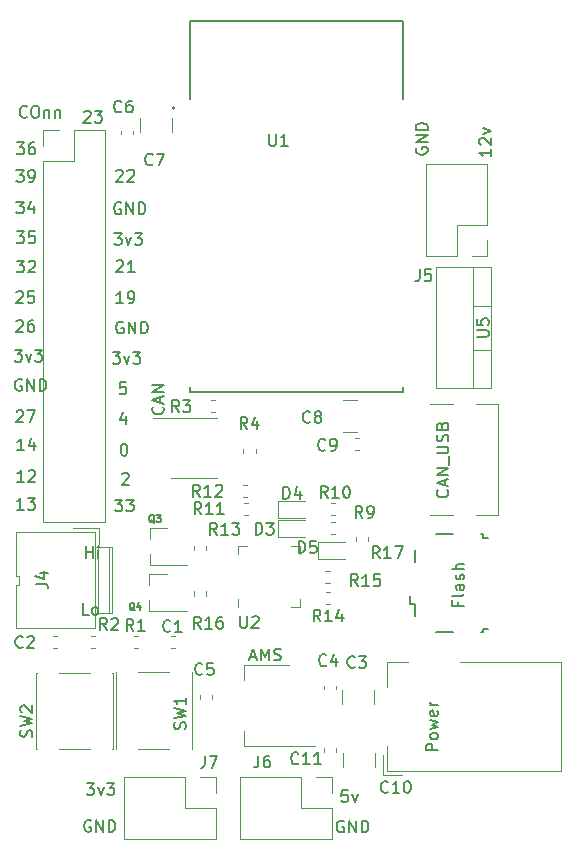
<source format=gbr>
G04 #@! TF.GenerationSoftware,KiCad,Pcbnew,5.1.5+dfsg1-2build2*
G04 #@! TF.CreationDate,2020-07-06T17:32:12+07:00*
G04 #@! TF.ProjectId,esp_wrover_open,6573705f-7772-46f7-9665-725f6f70656e,rev?*
G04 #@! TF.SameCoordinates,Original*
G04 #@! TF.FileFunction,Legend,Top*
G04 #@! TF.FilePolarity,Positive*
%FSLAX46Y46*%
G04 Gerber Fmt 4.6, Leading zero omitted, Abs format (unit mm)*
G04 Created by KiCad (PCBNEW 5.1.5+dfsg1-2build2) date 2020-07-06 17:32:12*
%MOMM*%
%LPD*%
G04 APERTURE LIST*
%ADD10C,0.150000*%
%ADD11C,0.120000*%
%ADD12C,0.200000*%
%ADD13C,0.127000*%
G04 APERTURE END LIST*
D10*
X85110000Y-48381904D02*
X85062380Y-48477142D01*
X85062380Y-48620000D01*
X85110000Y-48762857D01*
X85205238Y-48858095D01*
X85300476Y-48905714D01*
X85490952Y-48953333D01*
X85633809Y-48953333D01*
X85824285Y-48905714D01*
X85919523Y-48858095D01*
X86014761Y-48762857D01*
X86062380Y-48620000D01*
X86062380Y-48524761D01*
X86014761Y-48381904D01*
X85967142Y-48334285D01*
X85633809Y-48334285D01*
X85633809Y-48524761D01*
X86062380Y-47905714D02*
X85062380Y-47905714D01*
X86062380Y-47334285D01*
X85062380Y-47334285D01*
X86062380Y-46858095D02*
X85062380Y-46858095D01*
X85062380Y-46620000D01*
X85110000Y-46477142D01*
X85205238Y-46381904D01*
X85300476Y-46334285D01*
X85490952Y-46286666D01*
X85633809Y-46286666D01*
X85824285Y-46334285D01*
X85919523Y-46381904D01*
X86014761Y-46477142D01*
X86062380Y-46620000D01*
X86062380Y-46858095D01*
X91452380Y-48501428D02*
X91452380Y-49072857D01*
X91452380Y-48787142D02*
X90452380Y-48787142D01*
X90595238Y-48882380D01*
X90690476Y-48977619D01*
X90738095Y-49072857D01*
X90547619Y-48120476D02*
X90500000Y-48072857D01*
X90452380Y-47977619D01*
X90452380Y-47739523D01*
X90500000Y-47644285D01*
X90547619Y-47596666D01*
X90642857Y-47549047D01*
X90738095Y-47549047D01*
X90880952Y-47596666D01*
X91452380Y-48168095D01*
X91452380Y-47549047D01*
X90785714Y-47215714D02*
X91452380Y-46977619D01*
X90785714Y-46739523D01*
X78958095Y-105400000D02*
X78862857Y-105352380D01*
X78720000Y-105352380D01*
X78577142Y-105400000D01*
X78481904Y-105495238D01*
X78434285Y-105590476D01*
X78386666Y-105780952D01*
X78386666Y-105923809D01*
X78434285Y-106114285D01*
X78481904Y-106209523D01*
X78577142Y-106304761D01*
X78720000Y-106352380D01*
X78815238Y-106352380D01*
X78958095Y-106304761D01*
X79005714Y-106257142D01*
X79005714Y-105923809D01*
X78815238Y-105923809D01*
X79434285Y-106352380D02*
X79434285Y-105352380D01*
X80005714Y-106352380D01*
X80005714Y-105352380D01*
X80481904Y-106352380D02*
X80481904Y-105352380D01*
X80720000Y-105352380D01*
X80862857Y-105400000D01*
X80958095Y-105495238D01*
X81005714Y-105590476D01*
X81053333Y-105780952D01*
X81053333Y-105923809D01*
X81005714Y-106114285D01*
X80958095Y-106209523D01*
X80862857Y-106304761D01*
X80720000Y-106352380D01*
X80481904Y-106352380D01*
X79287142Y-102772380D02*
X78810952Y-102772380D01*
X78763333Y-103248571D01*
X78810952Y-103200952D01*
X78906190Y-103153333D01*
X79144285Y-103153333D01*
X79239523Y-103200952D01*
X79287142Y-103248571D01*
X79334761Y-103343809D01*
X79334761Y-103581904D01*
X79287142Y-103677142D01*
X79239523Y-103724761D01*
X79144285Y-103772380D01*
X78906190Y-103772380D01*
X78810952Y-103724761D01*
X78763333Y-103677142D01*
X79668095Y-103105714D02*
X79906190Y-103772380D01*
X80144285Y-103105714D01*
X57548095Y-105350000D02*
X57452857Y-105302380D01*
X57310000Y-105302380D01*
X57167142Y-105350000D01*
X57071904Y-105445238D01*
X57024285Y-105540476D01*
X56976666Y-105730952D01*
X56976666Y-105873809D01*
X57024285Y-106064285D01*
X57071904Y-106159523D01*
X57167142Y-106254761D01*
X57310000Y-106302380D01*
X57405238Y-106302380D01*
X57548095Y-106254761D01*
X57595714Y-106207142D01*
X57595714Y-105873809D01*
X57405238Y-105873809D01*
X58024285Y-106302380D02*
X58024285Y-105302380D01*
X58595714Y-106302380D01*
X58595714Y-105302380D01*
X59071904Y-106302380D02*
X59071904Y-105302380D01*
X59310000Y-105302380D01*
X59452857Y-105350000D01*
X59548095Y-105445238D01*
X59595714Y-105540476D01*
X59643333Y-105730952D01*
X59643333Y-105873809D01*
X59595714Y-106064285D01*
X59548095Y-106159523D01*
X59452857Y-106254761D01*
X59310000Y-106302380D01*
X59071904Y-106302380D01*
X57209523Y-102172380D02*
X57828571Y-102172380D01*
X57495238Y-102553333D01*
X57638095Y-102553333D01*
X57733333Y-102600952D01*
X57780952Y-102648571D01*
X57828571Y-102743809D01*
X57828571Y-102981904D01*
X57780952Y-103077142D01*
X57733333Y-103124761D01*
X57638095Y-103172380D01*
X57352380Y-103172380D01*
X57257142Y-103124761D01*
X57209523Y-103077142D01*
X58161904Y-102505714D02*
X58400000Y-103172380D01*
X58638095Y-102505714D01*
X58923809Y-102172380D02*
X59542857Y-102172380D01*
X59209523Y-102553333D01*
X59352380Y-102553333D01*
X59447619Y-102600952D01*
X59495238Y-102648571D01*
X59542857Y-102743809D01*
X59542857Y-102981904D01*
X59495238Y-103077142D01*
X59447619Y-103124761D01*
X59352380Y-103172380D01*
X59066666Y-103172380D01*
X58971428Y-103124761D01*
X58923809Y-103077142D01*
X56978095Y-45347619D02*
X57025714Y-45300000D01*
X57120952Y-45252380D01*
X57359047Y-45252380D01*
X57454285Y-45300000D01*
X57501904Y-45347619D01*
X57549523Y-45442857D01*
X57549523Y-45538095D01*
X57501904Y-45680952D01*
X56930476Y-46252380D01*
X57549523Y-46252380D01*
X57882857Y-45252380D02*
X58501904Y-45252380D01*
X58168571Y-45633333D01*
X58311428Y-45633333D01*
X58406666Y-45680952D01*
X58454285Y-45728571D01*
X58501904Y-45823809D01*
X58501904Y-46061904D01*
X58454285Y-46157142D01*
X58406666Y-46204761D01*
X58311428Y-46252380D01*
X58025714Y-46252380D01*
X57930476Y-46204761D01*
X57882857Y-46157142D01*
X59698095Y-50347619D02*
X59745714Y-50300000D01*
X59840952Y-50252380D01*
X60079047Y-50252380D01*
X60174285Y-50300000D01*
X60221904Y-50347619D01*
X60269523Y-50442857D01*
X60269523Y-50538095D01*
X60221904Y-50680952D01*
X59650476Y-51252380D01*
X60269523Y-51252380D01*
X60650476Y-50347619D02*
X60698095Y-50300000D01*
X60793333Y-50252380D01*
X61031428Y-50252380D01*
X61126666Y-50300000D01*
X61174285Y-50347619D01*
X61221904Y-50442857D01*
X61221904Y-50538095D01*
X61174285Y-50680952D01*
X60602857Y-51252380D01*
X61221904Y-51252380D01*
X60088095Y-53060000D02*
X59992857Y-53012380D01*
X59850000Y-53012380D01*
X59707142Y-53060000D01*
X59611904Y-53155238D01*
X59564285Y-53250476D01*
X59516666Y-53440952D01*
X59516666Y-53583809D01*
X59564285Y-53774285D01*
X59611904Y-53869523D01*
X59707142Y-53964761D01*
X59850000Y-54012380D01*
X59945238Y-54012380D01*
X60088095Y-53964761D01*
X60135714Y-53917142D01*
X60135714Y-53583809D01*
X59945238Y-53583809D01*
X60564285Y-54012380D02*
X60564285Y-53012380D01*
X61135714Y-54012380D01*
X61135714Y-53012380D01*
X61611904Y-54012380D02*
X61611904Y-53012380D01*
X61850000Y-53012380D01*
X61992857Y-53060000D01*
X62088095Y-53155238D01*
X62135714Y-53250476D01*
X62183333Y-53440952D01*
X62183333Y-53583809D01*
X62135714Y-53774285D01*
X62088095Y-53869523D01*
X61992857Y-53964761D01*
X61850000Y-54012380D01*
X61611904Y-54012380D01*
X59539523Y-55602380D02*
X60158571Y-55602380D01*
X59825238Y-55983333D01*
X59968095Y-55983333D01*
X60063333Y-56030952D01*
X60110952Y-56078571D01*
X60158571Y-56173809D01*
X60158571Y-56411904D01*
X60110952Y-56507142D01*
X60063333Y-56554761D01*
X59968095Y-56602380D01*
X59682380Y-56602380D01*
X59587142Y-56554761D01*
X59539523Y-56507142D01*
X60491904Y-55935714D02*
X60730000Y-56602380D01*
X60968095Y-55935714D01*
X61253809Y-55602380D02*
X61872857Y-55602380D01*
X61539523Y-55983333D01*
X61682380Y-55983333D01*
X61777619Y-56030952D01*
X61825238Y-56078571D01*
X61872857Y-56173809D01*
X61872857Y-56411904D01*
X61825238Y-56507142D01*
X61777619Y-56554761D01*
X61682380Y-56602380D01*
X61396666Y-56602380D01*
X61301428Y-56554761D01*
X61253809Y-56507142D01*
X59748095Y-58007619D02*
X59795714Y-57960000D01*
X59890952Y-57912380D01*
X60129047Y-57912380D01*
X60224285Y-57960000D01*
X60271904Y-58007619D01*
X60319523Y-58102857D01*
X60319523Y-58198095D01*
X60271904Y-58340952D01*
X59700476Y-58912380D01*
X60319523Y-58912380D01*
X61271904Y-58912380D02*
X60700476Y-58912380D01*
X60986190Y-58912380D02*
X60986190Y-57912380D01*
X60890952Y-58055238D01*
X60795714Y-58150476D01*
X60700476Y-58198095D01*
X60299523Y-61552380D02*
X59728095Y-61552380D01*
X60013809Y-61552380D02*
X60013809Y-60552380D01*
X59918571Y-60695238D01*
X59823333Y-60790476D01*
X59728095Y-60838095D01*
X60775714Y-61552380D02*
X60966190Y-61552380D01*
X61061428Y-61504761D01*
X61109047Y-61457142D01*
X61204285Y-61314285D01*
X61251904Y-61123809D01*
X61251904Y-60742857D01*
X61204285Y-60647619D01*
X61156666Y-60600000D01*
X61061428Y-60552380D01*
X60870952Y-60552380D01*
X60775714Y-60600000D01*
X60728095Y-60647619D01*
X60680476Y-60742857D01*
X60680476Y-60980952D01*
X60728095Y-61076190D01*
X60775714Y-61123809D01*
X60870952Y-61171428D01*
X61061428Y-61171428D01*
X61156666Y-61123809D01*
X61204285Y-61076190D01*
X61251904Y-60980952D01*
X60278095Y-63150000D02*
X60182857Y-63102380D01*
X60040000Y-63102380D01*
X59897142Y-63150000D01*
X59801904Y-63245238D01*
X59754285Y-63340476D01*
X59706666Y-63530952D01*
X59706666Y-63673809D01*
X59754285Y-63864285D01*
X59801904Y-63959523D01*
X59897142Y-64054761D01*
X60040000Y-64102380D01*
X60135238Y-64102380D01*
X60278095Y-64054761D01*
X60325714Y-64007142D01*
X60325714Y-63673809D01*
X60135238Y-63673809D01*
X60754285Y-64102380D02*
X60754285Y-63102380D01*
X61325714Y-64102380D01*
X61325714Y-63102380D01*
X61801904Y-64102380D02*
X61801904Y-63102380D01*
X62040000Y-63102380D01*
X62182857Y-63150000D01*
X62278095Y-63245238D01*
X62325714Y-63340476D01*
X62373333Y-63530952D01*
X62373333Y-63673809D01*
X62325714Y-63864285D01*
X62278095Y-63959523D01*
X62182857Y-64054761D01*
X62040000Y-64102380D01*
X61801904Y-64102380D01*
X59399523Y-65672380D02*
X60018571Y-65672380D01*
X59685238Y-66053333D01*
X59828095Y-66053333D01*
X59923333Y-66100952D01*
X59970952Y-66148571D01*
X60018571Y-66243809D01*
X60018571Y-66481904D01*
X59970952Y-66577142D01*
X59923333Y-66624761D01*
X59828095Y-66672380D01*
X59542380Y-66672380D01*
X59447142Y-66624761D01*
X59399523Y-66577142D01*
X60351904Y-66005714D02*
X60590000Y-66672380D01*
X60828095Y-66005714D01*
X61113809Y-65672380D02*
X61732857Y-65672380D01*
X61399523Y-66053333D01*
X61542380Y-66053333D01*
X61637619Y-66100952D01*
X61685238Y-66148571D01*
X61732857Y-66243809D01*
X61732857Y-66481904D01*
X61685238Y-66577142D01*
X61637619Y-66624761D01*
X61542380Y-66672380D01*
X61256666Y-66672380D01*
X61161428Y-66624761D01*
X61113809Y-66577142D01*
X60518095Y-68242380D02*
X60041904Y-68242380D01*
X59994285Y-68718571D01*
X60041904Y-68670952D01*
X60137142Y-68623333D01*
X60375238Y-68623333D01*
X60470476Y-68670952D01*
X60518095Y-68718571D01*
X60565714Y-68813809D01*
X60565714Y-69051904D01*
X60518095Y-69147142D01*
X60470476Y-69194761D01*
X60375238Y-69242380D01*
X60137142Y-69242380D01*
X60041904Y-69194761D01*
X59994285Y-69147142D01*
X60490476Y-71115714D02*
X60490476Y-71782380D01*
X60252380Y-70734761D02*
X60014285Y-71449047D01*
X60633333Y-71449047D01*
X60322380Y-73452380D02*
X60417619Y-73452380D01*
X60512857Y-73500000D01*
X60560476Y-73547619D01*
X60608095Y-73642857D01*
X60655714Y-73833333D01*
X60655714Y-74071428D01*
X60608095Y-74261904D01*
X60560476Y-74357142D01*
X60512857Y-74404761D01*
X60417619Y-74452380D01*
X60322380Y-74452380D01*
X60227142Y-74404761D01*
X60179523Y-74357142D01*
X60131904Y-74261904D01*
X60084285Y-74071428D01*
X60084285Y-73833333D01*
X60131904Y-73642857D01*
X60179523Y-73547619D01*
X60227142Y-73500000D01*
X60322380Y-73452380D01*
X60204285Y-75997619D02*
X60251904Y-75950000D01*
X60347142Y-75902380D01*
X60585238Y-75902380D01*
X60680476Y-75950000D01*
X60728095Y-75997619D01*
X60775714Y-76092857D01*
X60775714Y-76188095D01*
X60728095Y-76330952D01*
X60156666Y-76902380D01*
X60775714Y-76902380D01*
X59600476Y-78172380D02*
X60219523Y-78172380D01*
X59886190Y-78553333D01*
X60029047Y-78553333D01*
X60124285Y-78600952D01*
X60171904Y-78648571D01*
X60219523Y-78743809D01*
X60219523Y-78981904D01*
X60171904Y-79077142D01*
X60124285Y-79124761D01*
X60029047Y-79172380D01*
X59743333Y-79172380D01*
X59648095Y-79124761D01*
X59600476Y-79077142D01*
X60552857Y-78172380D02*
X61171904Y-78172380D01*
X60838571Y-78553333D01*
X60981428Y-78553333D01*
X61076666Y-78600952D01*
X61124285Y-78648571D01*
X61171904Y-78743809D01*
X61171904Y-78981904D01*
X61124285Y-79077142D01*
X61076666Y-79124761D01*
X60981428Y-79172380D01*
X60695714Y-79172380D01*
X60600476Y-79124761D01*
X60552857Y-79077142D01*
X51869523Y-79032380D02*
X51298095Y-79032380D01*
X51583809Y-79032380D02*
X51583809Y-78032380D01*
X51488571Y-78175238D01*
X51393333Y-78270476D01*
X51298095Y-78318095D01*
X52202857Y-78032380D02*
X52821904Y-78032380D01*
X52488571Y-78413333D01*
X52631428Y-78413333D01*
X52726666Y-78460952D01*
X52774285Y-78508571D01*
X52821904Y-78603809D01*
X52821904Y-78841904D01*
X52774285Y-78937142D01*
X52726666Y-78984761D01*
X52631428Y-79032380D01*
X52345714Y-79032380D01*
X52250476Y-78984761D01*
X52202857Y-78937142D01*
X51909523Y-76672380D02*
X51338095Y-76672380D01*
X51623809Y-76672380D02*
X51623809Y-75672380D01*
X51528571Y-75815238D01*
X51433333Y-75910476D01*
X51338095Y-75958095D01*
X52290476Y-75767619D02*
X52338095Y-75720000D01*
X52433333Y-75672380D01*
X52671428Y-75672380D01*
X52766666Y-75720000D01*
X52814285Y-75767619D01*
X52861904Y-75862857D01*
X52861904Y-75958095D01*
X52814285Y-76100952D01*
X52242857Y-76672380D01*
X52861904Y-76672380D01*
X51909523Y-74002380D02*
X51338095Y-74002380D01*
X51623809Y-74002380D02*
X51623809Y-73002380D01*
X51528571Y-73145238D01*
X51433333Y-73240476D01*
X51338095Y-73288095D01*
X52766666Y-73335714D02*
X52766666Y-74002380D01*
X52528571Y-72954761D02*
X52290476Y-73669047D01*
X52909523Y-73669047D01*
X51099523Y-65482380D02*
X51718571Y-65482380D01*
X51385238Y-65863333D01*
X51528095Y-65863333D01*
X51623333Y-65910952D01*
X51670952Y-65958571D01*
X51718571Y-66053809D01*
X51718571Y-66291904D01*
X51670952Y-66387142D01*
X51623333Y-66434761D01*
X51528095Y-66482380D01*
X51242380Y-66482380D01*
X51147142Y-66434761D01*
X51099523Y-66387142D01*
X52051904Y-65815714D02*
X52290000Y-66482380D01*
X52528095Y-65815714D01*
X52813809Y-65482380D02*
X53432857Y-65482380D01*
X53099523Y-65863333D01*
X53242380Y-65863333D01*
X53337619Y-65910952D01*
X53385238Y-65958571D01*
X53432857Y-66053809D01*
X53432857Y-66291904D01*
X53385238Y-66387142D01*
X53337619Y-66434761D01*
X53242380Y-66482380D01*
X52956666Y-66482380D01*
X52861428Y-66434761D01*
X52813809Y-66387142D01*
X51698095Y-68020000D02*
X51602857Y-67972380D01*
X51460000Y-67972380D01*
X51317142Y-68020000D01*
X51221904Y-68115238D01*
X51174285Y-68210476D01*
X51126666Y-68400952D01*
X51126666Y-68543809D01*
X51174285Y-68734285D01*
X51221904Y-68829523D01*
X51317142Y-68924761D01*
X51460000Y-68972380D01*
X51555238Y-68972380D01*
X51698095Y-68924761D01*
X51745714Y-68877142D01*
X51745714Y-68543809D01*
X51555238Y-68543809D01*
X52174285Y-68972380D02*
X52174285Y-67972380D01*
X52745714Y-68972380D01*
X52745714Y-67972380D01*
X53221904Y-68972380D02*
X53221904Y-67972380D01*
X53460000Y-67972380D01*
X53602857Y-68020000D01*
X53698095Y-68115238D01*
X53745714Y-68210476D01*
X53793333Y-68400952D01*
X53793333Y-68543809D01*
X53745714Y-68734285D01*
X53698095Y-68829523D01*
X53602857Y-68924761D01*
X53460000Y-68972380D01*
X53221904Y-68972380D01*
X51278095Y-70717619D02*
X51325714Y-70670000D01*
X51420952Y-70622380D01*
X51659047Y-70622380D01*
X51754285Y-70670000D01*
X51801904Y-70717619D01*
X51849523Y-70812857D01*
X51849523Y-70908095D01*
X51801904Y-71050952D01*
X51230476Y-71622380D01*
X51849523Y-71622380D01*
X52182857Y-70622380D02*
X52849523Y-70622380D01*
X52420952Y-71622380D01*
X51258095Y-63057619D02*
X51305714Y-63010000D01*
X51400952Y-62962380D01*
X51639047Y-62962380D01*
X51734285Y-63010000D01*
X51781904Y-63057619D01*
X51829523Y-63152857D01*
X51829523Y-63248095D01*
X51781904Y-63390952D01*
X51210476Y-63962380D01*
X51829523Y-63962380D01*
X52686666Y-62962380D02*
X52496190Y-62962380D01*
X52400952Y-63010000D01*
X52353333Y-63057619D01*
X52258095Y-63200476D01*
X52210476Y-63390952D01*
X52210476Y-63771904D01*
X52258095Y-63867142D01*
X52305714Y-63914761D01*
X52400952Y-63962380D01*
X52591428Y-63962380D01*
X52686666Y-63914761D01*
X52734285Y-63867142D01*
X52781904Y-63771904D01*
X52781904Y-63533809D01*
X52734285Y-63438571D01*
X52686666Y-63390952D01*
X52591428Y-63343333D01*
X52400952Y-63343333D01*
X52305714Y-63390952D01*
X52258095Y-63438571D01*
X52210476Y-63533809D01*
X51248095Y-60607619D02*
X51295714Y-60560000D01*
X51390952Y-60512380D01*
X51629047Y-60512380D01*
X51724285Y-60560000D01*
X51771904Y-60607619D01*
X51819523Y-60702857D01*
X51819523Y-60798095D01*
X51771904Y-60940952D01*
X51200476Y-61512380D01*
X51819523Y-61512380D01*
X52724285Y-60512380D02*
X52248095Y-60512380D01*
X52200476Y-60988571D01*
X52248095Y-60940952D01*
X52343333Y-60893333D01*
X52581428Y-60893333D01*
X52676666Y-60940952D01*
X52724285Y-60988571D01*
X52771904Y-61083809D01*
X52771904Y-61321904D01*
X52724285Y-61417142D01*
X52676666Y-61464761D01*
X52581428Y-61512380D01*
X52343333Y-61512380D01*
X52248095Y-61464761D01*
X52200476Y-61417142D01*
X51280476Y-57932380D02*
X51899523Y-57932380D01*
X51566190Y-58313333D01*
X51709047Y-58313333D01*
X51804285Y-58360952D01*
X51851904Y-58408571D01*
X51899523Y-58503809D01*
X51899523Y-58741904D01*
X51851904Y-58837142D01*
X51804285Y-58884761D01*
X51709047Y-58932380D01*
X51423333Y-58932380D01*
X51328095Y-58884761D01*
X51280476Y-58837142D01*
X52280476Y-58027619D02*
X52328095Y-57980000D01*
X52423333Y-57932380D01*
X52661428Y-57932380D01*
X52756666Y-57980000D01*
X52804285Y-58027619D01*
X52851904Y-58122857D01*
X52851904Y-58218095D01*
X52804285Y-58360952D01*
X52232857Y-58932380D01*
X52851904Y-58932380D01*
X51280476Y-55462380D02*
X51899523Y-55462380D01*
X51566190Y-55843333D01*
X51709047Y-55843333D01*
X51804285Y-55890952D01*
X51851904Y-55938571D01*
X51899523Y-56033809D01*
X51899523Y-56271904D01*
X51851904Y-56367142D01*
X51804285Y-56414761D01*
X51709047Y-56462380D01*
X51423333Y-56462380D01*
X51328095Y-56414761D01*
X51280476Y-56367142D01*
X52804285Y-55462380D02*
X52328095Y-55462380D01*
X52280476Y-55938571D01*
X52328095Y-55890952D01*
X52423333Y-55843333D01*
X52661428Y-55843333D01*
X52756666Y-55890952D01*
X52804285Y-55938571D01*
X52851904Y-56033809D01*
X52851904Y-56271904D01*
X52804285Y-56367142D01*
X52756666Y-56414761D01*
X52661428Y-56462380D01*
X52423333Y-56462380D01*
X52328095Y-56414761D01*
X52280476Y-56367142D01*
X51250476Y-52942380D02*
X51869523Y-52942380D01*
X51536190Y-53323333D01*
X51679047Y-53323333D01*
X51774285Y-53370952D01*
X51821904Y-53418571D01*
X51869523Y-53513809D01*
X51869523Y-53751904D01*
X51821904Y-53847142D01*
X51774285Y-53894761D01*
X51679047Y-53942380D01*
X51393333Y-53942380D01*
X51298095Y-53894761D01*
X51250476Y-53847142D01*
X52726666Y-53275714D02*
X52726666Y-53942380D01*
X52488571Y-52894761D02*
X52250476Y-53609047D01*
X52869523Y-53609047D01*
X51250476Y-50282380D02*
X51869523Y-50282380D01*
X51536190Y-50663333D01*
X51679047Y-50663333D01*
X51774285Y-50710952D01*
X51821904Y-50758571D01*
X51869523Y-50853809D01*
X51869523Y-51091904D01*
X51821904Y-51187142D01*
X51774285Y-51234761D01*
X51679047Y-51282380D01*
X51393333Y-51282380D01*
X51298095Y-51234761D01*
X51250476Y-51187142D01*
X52345714Y-51282380D02*
X52536190Y-51282380D01*
X52631428Y-51234761D01*
X52679047Y-51187142D01*
X52774285Y-51044285D01*
X52821904Y-50853809D01*
X52821904Y-50472857D01*
X52774285Y-50377619D01*
X52726666Y-50330000D01*
X52631428Y-50282380D01*
X52440952Y-50282380D01*
X52345714Y-50330000D01*
X52298095Y-50377619D01*
X52250476Y-50472857D01*
X52250476Y-50710952D01*
X52298095Y-50806190D01*
X52345714Y-50853809D01*
X52440952Y-50901428D01*
X52631428Y-50901428D01*
X52726666Y-50853809D01*
X52774285Y-50806190D01*
X52821904Y-50710952D01*
X51290476Y-47932380D02*
X51909523Y-47932380D01*
X51576190Y-48313333D01*
X51719047Y-48313333D01*
X51814285Y-48360952D01*
X51861904Y-48408571D01*
X51909523Y-48503809D01*
X51909523Y-48741904D01*
X51861904Y-48837142D01*
X51814285Y-48884761D01*
X51719047Y-48932380D01*
X51433333Y-48932380D01*
X51338095Y-48884761D01*
X51290476Y-48837142D01*
X52766666Y-47932380D02*
X52576190Y-47932380D01*
X52480952Y-47980000D01*
X52433333Y-48027619D01*
X52338095Y-48170476D01*
X52290476Y-48360952D01*
X52290476Y-48741904D01*
X52338095Y-48837142D01*
X52385714Y-48884761D01*
X52480952Y-48932380D01*
X52671428Y-48932380D01*
X52766666Y-48884761D01*
X52814285Y-48837142D01*
X52861904Y-48741904D01*
X52861904Y-48503809D01*
X52814285Y-48408571D01*
X52766666Y-48360952D01*
X52671428Y-48313333D01*
X52480952Y-48313333D01*
X52385714Y-48360952D01*
X52338095Y-48408571D01*
X52290476Y-48503809D01*
X57367142Y-87932380D02*
X56890952Y-87932380D01*
X56890952Y-86932380D01*
X57843333Y-87932380D02*
X57748095Y-87884761D01*
X57700476Y-87837142D01*
X57652857Y-87741904D01*
X57652857Y-87456190D01*
X57700476Y-87360952D01*
X57748095Y-87313333D01*
X57843333Y-87265714D01*
X57986190Y-87265714D01*
X58081428Y-87313333D01*
X58129047Y-87360952D01*
X58176666Y-87456190D01*
X58176666Y-87741904D01*
X58129047Y-87837142D01*
X58081428Y-87884761D01*
X57986190Y-87932380D01*
X57843333Y-87932380D01*
X57136190Y-83102380D02*
X57136190Y-82102380D01*
X57136190Y-82578571D02*
X57707619Y-82578571D01*
X57707619Y-83102380D02*
X57707619Y-82102380D01*
X58183809Y-83102380D02*
X58183809Y-82435714D01*
X58183809Y-82102380D02*
X58136190Y-82150000D01*
X58183809Y-82197619D01*
X58231428Y-82150000D01*
X58183809Y-82102380D01*
X58183809Y-82197619D01*
D11*
X66290000Y-71260000D02*
X62840000Y-71260000D01*
X66290000Y-71260000D02*
X68240000Y-71260000D01*
X66290000Y-76380000D02*
X64340000Y-76380000D01*
X66290000Y-76380000D02*
X68240000Y-76380000D01*
X51190000Y-89070000D02*
X56020000Y-89070000D01*
X56020000Y-80940000D02*
X51190000Y-80940000D01*
X57930000Y-80940000D02*
X57930000Y-89070000D01*
X57930000Y-82210000D02*
X59320000Y-82210000D01*
X57930000Y-87800000D02*
X59320000Y-87800000D01*
X59320000Y-82210000D02*
X59320000Y-87800000D01*
X57930000Y-80940000D02*
X56020000Y-80940000D01*
X57930000Y-89070000D02*
X56020000Y-89070000D01*
X59070000Y-82210000D02*
X59070000Y-87800000D01*
X58180000Y-82210000D02*
X58180000Y-87800000D01*
X51450000Y-85390000D02*
X51190000Y-85390000D01*
X51450000Y-84620000D02*
X51450000Y-85390000D01*
X51190000Y-84620000D02*
X51450000Y-84620000D01*
X51190000Y-84620000D02*
X51190000Y-80940000D01*
X51190000Y-85390000D02*
X51190000Y-89070000D01*
X58220000Y-81900000D02*
X58220000Y-80600000D01*
X58220000Y-80600000D02*
X56020000Y-80600000D01*
X62540000Y-80570000D02*
X64000000Y-80570000D01*
X62540000Y-83730000D02*
X65700000Y-83730000D01*
X62540000Y-83730000D02*
X62540000Y-82800000D01*
X62540000Y-80570000D02*
X62540000Y-81500000D01*
X64384721Y-90750000D02*
X64710279Y-90750000D01*
X64384721Y-89730000D02*
X64710279Y-89730000D01*
X54695279Y-89700000D02*
X54369721Y-89700000D01*
X54695279Y-90720000D02*
X54369721Y-90720000D01*
X77270000Y-93914721D02*
X77270000Y-94240279D01*
X78290000Y-93914721D02*
X78290000Y-94240279D01*
X67780000Y-95022779D02*
X67780000Y-94697221D01*
X66760000Y-95022779D02*
X66760000Y-94697221D01*
X60130000Y-46927221D02*
X60130000Y-47252779D01*
X61150000Y-46927221D02*
X61150000Y-47252779D01*
X61680000Y-45867936D02*
X61680000Y-47072064D01*
X64400000Y-45867936D02*
X64400000Y-47072064D01*
D10*
X85040000Y-83445000D02*
X85040000Y-82445000D01*
X85040000Y-87045000D02*
X85040000Y-88045000D01*
X84615000Y-87045000D02*
X85040000Y-87045000D01*
X84615000Y-86320000D02*
X84615000Y-87045000D01*
X88190000Y-81095000D02*
X86790000Y-81095000D01*
X90740000Y-81095000D02*
X90590000Y-81095000D01*
X90740000Y-81395000D02*
X90740000Y-81095000D01*
X91190000Y-81395000D02*
X90740000Y-81395000D01*
X90740000Y-89095000D02*
X91190000Y-89095000D01*
X90740000Y-89395000D02*
X90740000Y-89095000D01*
X90590000Y-89395000D02*
X90740000Y-89395000D01*
X86790000Y-89395000D02*
X88190000Y-89395000D01*
D11*
X61178733Y-90740000D02*
X61521267Y-90740000D01*
X61178733Y-89720000D02*
X61521267Y-89720000D01*
X57911267Y-89700000D02*
X57568733Y-89700000D01*
X57911267Y-90720000D02*
X57568733Y-90720000D01*
X68056267Y-69760000D02*
X67713733Y-69760000D01*
X68056267Y-70780000D02*
X67713733Y-70780000D01*
X70480000Y-73883733D02*
X70480000Y-74226267D01*
X71500000Y-73883733D02*
X71500000Y-74226267D01*
D12*
X64660000Y-45020000D02*
G75*
G03X64660000Y-45020000I-100000J0D01*
G01*
D13*
X83960000Y-69020000D02*
X83960000Y-68680000D01*
X65960000Y-69020000D02*
X83960000Y-69020000D01*
X65960000Y-68680000D02*
X65960000Y-69020000D01*
X83960000Y-37620000D02*
X83960000Y-44290000D01*
X65960000Y-37620000D02*
X83960000Y-37620000D01*
X65960000Y-44290000D02*
X65960000Y-37620000D01*
D11*
X70040000Y-86575000D02*
X70040000Y-87300000D01*
X75260000Y-82080000D02*
X74535000Y-82080000D01*
X75260000Y-82805000D02*
X75260000Y-82080000D01*
X75260000Y-87300000D02*
X74535000Y-87300000D01*
X75260000Y-86575000D02*
X75260000Y-87300000D01*
X70040000Y-82080000D02*
X70765000Y-82080000D01*
X70040000Y-82805000D02*
X70040000Y-82080000D01*
X76570000Y-99010000D02*
X70560000Y-99010000D01*
X74320000Y-92190000D02*
X70560000Y-92190000D01*
X70560000Y-99010000D02*
X70560000Y-97750000D01*
X70560000Y-92190000D02*
X70560000Y-93450000D01*
X73372500Y-81345000D02*
X75657500Y-81345000D01*
X73372500Y-79875000D02*
X73372500Y-81345000D01*
X75657500Y-79875000D02*
X73372500Y-79875000D01*
X73367500Y-79735000D02*
X75652500Y-79735000D01*
X73367500Y-78265000D02*
X73367500Y-79735000D01*
X75652500Y-78265000D02*
X73367500Y-78265000D01*
X62510000Y-84470000D02*
X63970000Y-84470000D01*
X62510000Y-87630000D02*
X65670000Y-87630000D01*
X62510000Y-87630000D02*
X62510000Y-86700000D01*
X62510000Y-84470000D02*
X62510000Y-85400000D01*
X78216267Y-80100000D02*
X77873733Y-80100000D01*
X78216267Y-81120000D02*
X77873733Y-81120000D01*
X78216267Y-78480000D02*
X77873733Y-78480000D01*
X78216267Y-79500000D02*
X77873733Y-79500000D01*
X70826267Y-78440000D02*
X70483733Y-78440000D01*
X70826267Y-79460000D02*
X70483733Y-79460000D01*
X70816267Y-76910000D02*
X70473733Y-76910000D01*
X70816267Y-77930000D02*
X70473733Y-77930000D01*
X66280000Y-82073733D02*
X66280000Y-82416267D01*
X67300000Y-82073733D02*
X67300000Y-82416267D01*
X77781267Y-86020000D02*
X77438733Y-86020000D01*
X77781267Y-87040000D02*
X77438733Y-87040000D01*
X77423733Y-85230000D02*
X77766267Y-85230000D01*
X77423733Y-84210000D02*
X77766267Y-84210000D01*
X66290000Y-85948733D02*
X66290000Y-86291267D01*
X67310000Y-85948733D02*
X67310000Y-86291267D01*
X76805000Y-83215000D02*
X79090000Y-83215000D01*
X76805000Y-81745000D02*
X76805000Y-83215000D01*
X79090000Y-81745000D02*
X76805000Y-81745000D01*
X81040000Y-81696267D02*
X81040000Y-81353733D01*
X80020000Y-81696267D02*
X80020000Y-81353733D01*
X78790000Y-94267936D02*
X78790000Y-95472064D01*
X81510000Y-94267936D02*
X81510000Y-95472064D01*
X53530000Y-46920000D02*
X54860000Y-46920000D01*
X53530000Y-48250000D02*
X53530000Y-46920000D01*
X56130000Y-46920000D02*
X58730000Y-46920000D01*
X56130000Y-49520000D02*
X56130000Y-46920000D01*
X53530000Y-49520000D02*
X56130000Y-49520000D01*
X58730000Y-46920000D02*
X58730000Y-80060000D01*
X53530000Y-49520000D02*
X53530000Y-80060000D01*
X53530000Y-80060000D02*
X58730000Y-80060000D01*
X59660000Y-92810000D02*
X59660000Y-99270000D01*
X64190000Y-92810000D02*
X61590000Y-92810000D01*
X66120000Y-92810000D02*
X66120000Y-99270000D01*
X64190000Y-99270000D02*
X61590000Y-99270000D01*
X66090000Y-92810000D02*
X66120000Y-92810000D01*
X59660000Y-92810000D02*
X59690000Y-92810000D01*
X59660000Y-99270000D02*
X59690000Y-99270000D01*
X66120000Y-99270000D02*
X66090000Y-99270000D01*
X52930000Y-92820000D02*
X52930000Y-99280000D01*
X57460000Y-92820000D02*
X54860000Y-92820000D01*
X59390000Y-92820000D02*
X59390000Y-99280000D01*
X57460000Y-99280000D02*
X54860000Y-99280000D01*
X59360000Y-92820000D02*
X59390000Y-92820000D01*
X52930000Y-92820000D02*
X52960000Y-92820000D01*
X52930000Y-99280000D02*
X52960000Y-99280000D01*
X59390000Y-99280000D02*
X59360000Y-99280000D01*
X82630000Y-101160000D02*
X82630000Y-99060000D01*
X82330000Y-101460000D02*
X83930000Y-101460000D01*
X82330000Y-99760000D02*
X82330000Y-101460000D01*
X82630000Y-91960000D02*
X84430000Y-91960000D01*
X82630000Y-94060000D02*
X82630000Y-91960000D01*
X97330000Y-101160000D02*
X82630000Y-101160000D01*
X97330000Y-91960000D02*
X97330000Y-101160000D01*
X88830000Y-91960000D02*
X97330000Y-91960000D01*
X80102064Y-69720000D02*
X78897936Y-69720000D01*
X80102064Y-72440000D02*
X78897936Y-72440000D01*
X80270279Y-72980000D02*
X79944721Y-72980000D01*
X80270279Y-74000000D02*
X79944721Y-74000000D01*
X78880000Y-100792064D02*
X78880000Y-99587936D01*
X81600000Y-100792064D02*
X81600000Y-99587936D01*
X78330000Y-99550279D02*
X78330000Y-99224721D01*
X77310000Y-99550279D02*
X77310000Y-99224721D01*
X91130000Y-57530000D02*
X89800000Y-57530000D01*
X91130000Y-56200000D02*
X91130000Y-57530000D01*
X88530000Y-57530000D02*
X85930000Y-57530000D01*
X88530000Y-54930000D02*
X88530000Y-57530000D01*
X91130000Y-54930000D02*
X88530000Y-54930000D01*
X85930000Y-57530000D02*
X85930000Y-49790000D01*
X91130000Y-54930000D02*
X91130000Y-49790000D01*
X91130000Y-49790000D02*
X85930000Y-49790000D01*
X70210000Y-101690000D02*
X70210000Y-106890000D01*
X75350000Y-101690000D02*
X70210000Y-101690000D01*
X77950000Y-106890000D02*
X70210000Y-106890000D01*
X75350000Y-101690000D02*
X75350000Y-104290000D01*
X75350000Y-104290000D02*
X77950000Y-104290000D01*
X77950000Y-104290000D02*
X77950000Y-106890000D01*
X76620000Y-101690000D02*
X77950000Y-101690000D01*
X77950000Y-101690000D02*
X77950000Y-103020000D01*
X68140000Y-101670000D02*
X68140000Y-103000000D01*
X66810000Y-101670000D02*
X68140000Y-101670000D01*
X68140000Y-104270000D02*
X68140000Y-106870000D01*
X65540000Y-104270000D02*
X68140000Y-104270000D01*
X65540000Y-101670000D02*
X65540000Y-104270000D01*
X68140000Y-106870000D02*
X60400000Y-106870000D01*
X65540000Y-101670000D02*
X60400000Y-101670000D01*
X60400000Y-101670000D02*
X60400000Y-106870000D01*
X92060000Y-79490000D02*
X92060000Y-70090000D01*
X86260000Y-70090000D02*
X88260000Y-70090000D01*
X90160000Y-70090000D02*
X92060000Y-70090000D01*
X86260000Y-79490000D02*
X88260000Y-79490000D01*
X90160000Y-79490000D02*
X92060000Y-79490000D01*
X91440000Y-65491000D02*
X89930000Y-65491000D01*
X91440000Y-61790000D02*
X89930000Y-61790000D01*
X89930000Y-58520000D02*
X89930000Y-68760000D01*
X91440000Y-68760000D02*
X86799000Y-68760000D01*
X91440000Y-58520000D02*
X86799000Y-58520000D01*
X86799000Y-58520000D02*
X86799000Y-68760000D01*
X91440000Y-58520000D02*
X91440000Y-68760000D01*
D10*
X63637142Y-70322857D02*
X63684761Y-70370476D01*
X63732380Y-70513333D01*
X63732380Y-70608571D01*
X63684761Y-70751428D01*
X63589523Y-70846666D01*
X63494285Y-70894285D01*
X63303809Y-70941904D01*
X63160952Y-70941904D01*
X62970476Y-70894285D01*
X62875238Y-70846666D01*
X62780000Y-70751428D01*
X62732380Y-70608571D01*
X62732380Y-70513333D01*
X62780000Y-70370476D01*
X62827619Y-70322857D01*
X63446666Y-69941904D02*
X63446666Y-69465714D01*
X63732380Y-70037142D02*
X62732380Y-69703809D01*
X63732380Y-69370476D01*
X63732380Y-69037142D02*
X62732380Y-69037142D01*
X63732380Y-68465714D01*
X62732380Y-68465714D01*
X52912380Y-85283333D02*
X53626666Y-85283333D01*
X53769523Y-85330952D01*
X53864761Y-85426190D01*
X53912380Y-85569047D01*
X53912380Y-85664285D01*
X53245714Y-84378571D02*
X53912380Y-84378571D01*
X52864761Y-84616666D02*
X53579047Y-84854761D01*
X53579047Y-84235714D01*
X62922857Y-80118571D02*
X62865714Y-80090000D01*
X62808571Y-80032857D01*
X62722857Y-79947142D01*
X62665714Y-79918571D01*
X62608571Y-79918571D01*
X62637142Y-80061428D02*
X62580000Y-80032857D01*
X62522857Y-79975714D01*
X62494285Y-79861428D01*
X62494285Y-79661428D01*
X62522857Y-79547142D01*
X62580000Y-79490000D01*
X62637142Y-79461428D01*
X62751428Y-79461428D01*
X62808571Y-79490000D01*
X62865714Y-79547142D01*
X62894285Y-79661428D01*
X62894285Y-79861428D01*
X62865714Y-79975714D01*
X62808571Y-80032857D01*
X62751428Y-80061428D01*
X62637142Y-80061428D01*
X63094285Y-79461428D02*
X63465714Y-79461428D01*
X63265714Y-79690000D01*
X63351428Y-79690000D01*
X63408571Y-79718571D01*
X63437142Y-79747142D01*
X63465714Y-79804285D01*
X63465714Y-79947142D01*
X63437142Y-80004285D01*
X63408571Y-80032857D01*
X63351428Y-80061428D01*
X63180000Y-80061428D01*
X63122857Y-80032857D01*
X63094285Y-80004285D01*
X64293333Y-89287142D02*
X64245714Y-89334761D01*
X64102857Y-89382380D01*
X64007619Y-89382380D01*
X63864761Y-89334761D01*
X63769523Y-89239523D01*
X63721904Y-89144285D01*
X63674285Y-88953809D01*
X63674285Y-88810952D01*
X63721904Y-88620476D01*
X63769523Y-88525238D01*
X63864761Y-88430000D01*
X64007619Y-88382380D01*
X64102857Y-88382380D01*
X64245714Y-88430000D01*
X64293333Y-88477619D01*
X65245714Y-89382380D02*
X64674285Y-89382380D01*
X64960000Y-89382380D02*
X64960000Y-88382380D01*
X64864761Y-88525238D01*
X64769523Y-88620476D01*
X64674285Y-88668095D01*
X51793333Y-90637142D02*
X51745714Y-90684761D01*
X51602857Y-90732380D01*
X51507619Y-90732380D01*
X51364761Y-90684761D01*
X51269523Y-90589523D01*
X51221904Y-90494285D01*
X51174285Y-90303809D01*
X51174285Y-90160952D01*
X51221904Y-89970476D01*
X51269523Y-89875238D01*
X51364761Y-89780000D01*
X51507619Y-89732380D01*
X51602857Y-89732380D01*
X51745714Y-89780000D01*
X51793333Y-89827619D01*
X52174285Y-89827619D02*
X52221904Y-89780000D01*
X52317142Y-89732380D01*
X52555238Y-89732380D01*
X52650476Y-89780000D01*
X52698095Y-89827619D01*
X52745714Y-89922857D01*
X52745714Y-90018095D01*
X52698095Y-90160952D01*
X52126666Y-90732380D01*
X52745714Y-90732380D01*
X77493333Y-92177142D02*
X77445714Y-92224761D01*
X77302857Y-92272380D01*
X77207619Y-92272380D01*
X77064761Y-92224761D01*
X76969523Y-92129523D01*
X76921904Y-92034285D01*
X76874285Y-91843809D01*
X76874285Y-91700952D01*
X76921904Y-91510476D01*
X76969523Y-91415238D01*
X77064761Y-91320000D01*
X77207619Y-91272380D01*
X77302857Y-91272380D01*
X77445714Y-91320000D01*
X77493333Y-91367619D01*
X78350476Y-91605714D02*
X78350476Y-92272380D01*
X78112380Y-91224761D02*
X77874285Y-91939047D01*
X78493333Y-91939047D01*
X67003333Y-92917142D02*
X66955714Y-92964761D01*
X66812857Y-93012380D01*
X66717619Y-93012380D01*
X66574761Y-92964761D01*
X66479523Y-92869523D01*
X66431904Y-92774285D01*
X66384285Y-92583809D01*
X66384285Y-92440952D01*
X66431904Y-92250476D01*
X66479523Y-92155238D01*
X66574761Y-92060000D01*
X66717619Y-92012380D01*
X66812857Y-92012380D01*
X66955714Y-92060000D01*
X67003333Y-92107619D01*
X67908095Y-92012380D02*
X67431904Y-92012380D01*
X67384285Y-92488571D01*
X67431904Y-92440952D01*
X67527142Y-92393333D01*
X67765238Y-92393333D01*
X67860476Y-92440952D01*
X67908095Y-92488571D01*
X67955714Y-92583809D01*
X67955714Y-92821904D01*
X67908095Y-92917142D01*
X67860476Y-92964761D01*
X67765238Y-93012380D01*
X67527142Y-93012380D01*
X67431904Y-92964761D01*
X67384285Y-92917142D01*
X60143333Y-45297142D02*
X60095714Y-45344761D01*
X59952857Y-45392380D01*
X59857619Y-45392380D01*
X59714761Y-45344761D01*
X59619523Y-45249523D01*
X59571904Y-45154285D01*
X59524285Y-44963809D01*
X59524285Y-44820952D01*
X59571904Y-44630476D01*
X59619523Y-44535238D01*
X59714761Y-44440000D01*
X59857619Y-44392380D01*
X59952857Y-44392380D01*
X60095714Y-44440000D01*
X60143333Y-44487619D01*
X61000476Y-44392380D02*
X60810000Y-44392380D01*
X60714761Y-44440000D01*
X60667142Y-44487619D01*
X60571904Y-44630476D01*
X60524285Y-44820952D01*
X60524285Y-45201904D01*
X60571904Y-45297142D01*
X60619523Y-45344761D01*
X60714761Y-45392380D01*
X60905238Y-45392380D01*
X61000476Y-45344761D01*
X61048095Y-45297142D01*
X61095714Y-45201904D01*
X61095714Y-44963809D01*
X61048095Y-44868571D01*
X61000476Y-44820952D01*
X60905238Y-44773333D01*
X60714761Y-44773333D01*
X60619523Y-44820952D01*
X60571904Y-44868571D01*
X60524285Y-44963809D01*
X62783333Y-49777142D02*
X62735714Y-49824761D01*
X62592857Y-49872380D01*
X62497619Y-49872380D01*
X62354761Y-49824761D01*
X62259523Y-49729523D01*
X62211904Y-49634285D01*
X62164285Y-49443809D01*
X62164285Y-49300952D01*
X62211904Y-49110476D01*
X62259523Y-49015238D01*
X62354761Y-48920000D01*
X62497619Y-48872380D01*
X62592857Y-48872380D01*
X62735714Y-48920000D01*
X62783333Y-48967619D01*
X63116666Y-48872380D02*
X63783333Y-48872380D01*
X63354761Y-49872380D01*
X88628571Y-86838571D02*
X88628571Y-87171904D01*
X89152380Y-87171904D02*
X88152380Y-87171904D01*
X88152380Y-86695714D01*
X89152380Y-86171904D02*
X89104761Y-86267142D01*
X89009523Y-86314761D01*
X88152380Y-86314761D01*
X89152380Y-85362380D02*
X88628571Y-85362380D01*
X88533333Y-85410000D01*
X88485714Y-85505238D01*
X88485714Y-85695714D01*
X88533333Y-85790952D01*
X89104761Y-85362380D02*
X89152380Y-85457619D01*
X89152380Y-85695714D01*
X89104761Y-85790952D01*
X89009523Y-85838571D01*
X88914285Y-85838571D01*
X88819047Y-85790952D01*
X88771428Y-85695714D01*
X88771428Y-85457619D01*
X88723809Y-85362380D01*
X89104761Y-84933809D02*
X89152380Y-84838571D01*
X89152380Y-84648095D01*
X89104761Y-84552857D01*
X89009523Y-84505238D01*
X88961904Y-84505238D01*
X88866666Y-84552857D01*
X88819047Y-84648095D01*
X88819047Y-84790952D01*
X88771428Y-84886190D01*
X88676190Y-84933809D01*
X88628571Y-84933809D01*
X88533333Y-84886190D01*
X88485714Y-84790952D01*
X88485714Y-84648095D01*
X88533333Y-84552857D01*
X89152380Y-84076666D02*
X88152380Y-84076666D01*
X89152380Y-83648095D02*
X88628571Y-83648095D01*
X88533333Y-83695714D01*
X88485714Y-83790952D01*
X88485714Y-83933809D01*
X88533333Y-84029047D01*
X88580952Y-84076666D01*
X61163333Y-89282380D02*
X60830000Y-88806190D01*
X60591904Y-89282380D02*
X60591904Y-88282380D01*
X60972857Y-88282380D01*
X61068095Y-88330000D01*
X61115714Y-88377619D01*
X61163333Y-88472857D01*
X61163333Y-88615714D01*
X61115714Y-88710952D01*
X61068095Y-88758571D01*
X60972857Y-88806190D01*
X60591904Y-88806190D01*
X62115714Y-89282380D02*
X61544285Y-89282380D01*
X61830000Y-89282380D02*
X61830000Y-88282380D01*
X61734761Y-88425238D01*
X61639523Y-88520476D01*
X61544285Y-88568095D01*
X58913333Y-89192380D02*
X58580000Y-88716190D01*
X58341904Y-89192380D02*
X58341904Y-88192380D01*
X58722857Y-88192380D01*
X58818095Y-88240000D01*
X58865714Y-88287619D01*
X58913333Y-88382857D01*
X58913333Y-88525714D01*
X58865714Y-88620952D01*
X58818095Y-88668571D01*
X58722857Y-88716190D01*
X58341904Y-88716190D01*
X59294285Y-88287619D02*
X59341904Y-88240000D01*
X59437142Y-88192380D01*
X59675238Y-88192380D01*
X59770476Y-88240000D01*
X59818095Y-88287619D01*
X59865714Y-88382857D01*
X59865714Y-88478095D01*
X59818095Y-88620952D01*
X59246666Y-89192380D01*
X59865714Y-89192380D01*
X65033333Y-70762380D02*
X64700000Y-70286190D01*
X64461904Y-70762380D02*
X64461904Y-69762380D01*
X64842857Y-69762380D01*
X64938095Y-69810000D01*
X64985714Y-69857619D01*
X65033333Y-69952857D01*
X65033333Y-70095714D01*
X64985714Y-70190952D01*
X64938095Y-70238571D01*
X64842857Y-70286190D01*
X64461904Y-70286190D01*
X65366666Y-69762380D02*
X65985714Y-69762380D01*
X65652380Y-70143333D01*
X65795238Y-70143333D01*
X65890476Y-70190952D01*
X65938095Y-70238571D01*
X65985714Y-70333809D01*
X65985714Y-70571904D01*
X65938095Y-70667142D01*
X65890476Y-70714761D01*
X65795238Y-70762380D01*
X65509523Y-70762380D01*
X65414285Y-70714761D01*
X65366666Y-70667142D01*
X70803333Y-72202380D02*
X70470000Y-71726190D01*
X70231904Y-72202380D02*
X70231904Y-71202380D01*
X70612857Y-71202380D01*
X70708095Y-71250000D01*
X70755714Y-71297619D01*
X70803333Y-71392857D01*
X70803333Y-71535714D01*
X70755714Y-71630952D01*
X70708095Y-71678571D01*
X70612857Y-71726190D01*
X70231904Y-71726190D01*
X71660476Y-71535714D02*
X71660476Y-72202380D01*
X71422380Y-71154761D02*
X71184285Y-71869047D01*
X71803333Y-71869047D01*
D12*
X72648095Y-47222380D02*
X72648095Y-48031904D01*
X72695714Y-48127142D01*
X72743333Y-48174761D01*
X72838571Y-48222380D01*
X73029047Y-48222380D01*
X73124285Y-48174761D01*
X73171904Y-48127142D01*
X73219523Y-48031904D01*
X73219523Y-47222380D01*
X74219523Y-48222380D02*
X73648095Y-48222380D01*
X73933809Y-48222380D02*
X73933809Y-47222380D01*
X73838571Y-47365238D01*
X73743333Y-47460476D01*
X73648095Y-47508095D01*
D10*
X70198095Y-88042380D02*
X70198095Y-88851904D01*
X70245714Y-88947142D01*
X70293333Y-88994761D01*
X70388571Y-89042380D01*
X70579047Y-89042380D01*
X70674285Y-88994761D01*
X70721904Y-88947142D01*
X70769523Y-88851904D01*
X70769523Y-88042380D01*
X71198095Y-88137619D02*
X71245714Y-88090000D01*
X71340952Y-88042380D01*
X71579047Y-88042380D01*
X71674285Y-88090000D01*
X71721904Y-88137619D01*
X71769523Y-88232857D01*
X71769523Y-88328095D01*
X71721904Y-88470952D01*
X71150476Y-89042380D01*
X71769523Y-89042380D01*
X71074285Y-91496666D02*
X71550476Y-91496666D01*
X70979047Y-91782380D02*
X71312380Y-90782380D01*
X71645714Y-91782380D01*
X71979047Y-91782380D02*
X71979047Y-90782380D01*
X72312380Y-91496666D01*
X72645714Y-90782380D01*
X72645714Y-91782380D01*
X73074285Y-91734761D02*
X73217142Y-91782380D01*
X73455238Y-91782380D01*
X73550476Y-91734761D01*
X73598095Y-91687142D01*
X73645714Y-91591904D01*
X73645714Y-91496666D01*
X73598095Y-91401428D01*
X73550476Y-91353809D01*
X73455238Y-91306190D01*
X73264761Y-91258571D01*
X73169523Y-91210952D01*
X73121904Y-91163333D01*
X73074285Y-91068095D01*
X73074285Y-90972857D01*
X73121904Y-90877619D01*
X73169523Y-90830000D01*
X73264761Y-90782380D01*
X73502857Y-90782380D01*
X73645714Y-90830000D01*
X71511904Y-81132380D02*
X71511904Y-80132380D01*
X71750000Y-80132380D01*
X71892857Y-80180000D01*
X71988095Y-80275238D01*
X72035714Y-80370476D01*
X72083333Y-80560952D01*
X72083333Y-80703809D01*
X72035714Y-80894285D01*
X71988095Y-80989523D01*
X71892857Y-81084761D01*
X71750000Y-81132380D01*
X71511904Y-81132380D01*
X72416666Y-80132380D02*
X73035714Y-80132380D01*
X72702380Y-80513333D01*
X72845238Y-80513333D01*
X72940476Y-80560952D01*
X72988095Y-80608571D01*
X73035714Y-80703809D01*
X73035714Y-80941904D01*
X72988095Y-81037142D01*
X72940476Y-81084761D01*
X72845238Y-81132380D01*
X72559523Y-81132380D01*
X72464285Y-81084761D01*
X72416666Y-81037142D01*
X73851904Y-78092380D02*
X73851904Y-77092380D01*
X74090000Y-77092380D01*
X74232857Y-77140000D01*
X74328095Y-77235238D01*
X74375714Y-77330476D01*
X74423333Y-77520952D01*
X74423333Y-77663809D01*
X74375714Y-77854285D01*
X74328095Y-77949523D01*
X74232857Y-78044761D01*
X74090000Y-78092380D01*
X73851904Y-78092380D01*
X75280476Y-77425714D02*
X75280476Y-78092380D01*
X75042380Y-77044761D02*
X74804285Y-77759047D01*
X75423333Y-77759047D01*
X61262857Y-87548571D02*
X61205714Y-87520000D01*
X61148571Y-87462857D01*
X61062857Y-87377142D01*
X61005714Y-87348571D01*
X60948571Y-87348571D01*
X60977142Y-87491428D02*
X60920000Y-87462857D01*
X60862857Y-87405714D01*
X60834285Y-87291428D01*
X60834285Y-87091428D01*
X60862857Y-86977142D01*
X60920000Y-86920000D01*
X60977142Y-86891428D01*
X61091428Y-86891428D01*
X61148571Y-86920000D01*
X61205714Y-86977142D01*
X61234285Y-87091428D01*
X61234285Y-87291428D01*
X61205714Y-87405714D01*
X61148571Y-87462857D01*
X61091428Y-87491428D01*
X60977142Y-87491428D01*
X61748571Y-87091428D02*
X61748571Y-87491428D01*
X61605714Y-86862857D02*
X61462857Y-87291428D01*
X61834285Y-87291428D01*
X80553333Y-79732380D02*
X80220000Y-79256190D01*
X79981904Y-79732380D02*
X79981904Y-78732380D01*
X80362857Y-78732380D01*
X80458095Y-78780000D01*
X80505714Y-78827619D01*
X80553333Y-78922857D01*
X80553333Y-79065714D01*
X80505714Y-79160952D01*
X80458095Y-79208571D01*
X80362857Y-79256190D01*
X79981904Y-79256190D01*
X81029523Y-79732380D02*
X81220000Y-79732380D01*
X81315238Y-79684761D01*
X81362857Y-79637142D01*
X81458095Y-79494285D01*
X81505714Y-79303809D01*
X81505714Y-78922857D01*
X81458095Y-78827619D01*
X81410476Y-78780000D01*
X81315238Y-78732380D01*
X81124761Y-78732380D01*
X81029523Y-78780000D01*
X80981904Y-78827619D01*
X80934285Y-78922857D01*
X80934285Y-79160952D01*
X80981904Y-79256190D01*
X81029523Y-79303809D01*
X81124761Y-79351428D01*
X81315238Y-79351428D01*
X81410476Y-79303809D01*
X81458095Y-79256190D01*
X81505714Y-79160952D01*
X77597142Y-78022380D02*
X77263809Y-77546190D01*
X77025714Y-78022380D02*
X77025714Y-77022380D01*
X77406666Y-77022380D01*
X77501904Y-77070000D01*
X77549523Y-77117619D01*
X77597142Y-77212857D01*
X77597142Y-77355714D01*
X77549523Y-77450952D01*
X77501904Y-77498571D01*
X77406666Y-77546190D01*
X77025714Y-77546190D01*
X78549523Y-78022380D02*
X77978095Y-78022380D01*
X78263809Y-78022380D02*
X78263809Y-77022380D01*
X78168571Y-77165238D01*
X78073333Y-77260476D01*
X77978095Y-77308095D01*
X79168571Y-77022380D02*
X79263809Y-77022380D01*
X79359047Y-77070000D01*
X79406666Y-77117619D01*
X79454285Y-77212857D01*
X79501904Y-77403333D01*
X79501904Y-77641428D01*
X79454285Y-77831904D01*
X79406666Y-77927142D01*
X79359047Y-77974761D01*
X79263809Y-78022380D01*
X79168571Y-78022380D01*
X79073333Y-77974761D01*
X79025714Y-77927142D01*
X78978095Y-77831904D01*
X78930476Y-77641428D01*
X78930476Y-77403333D01*
X78978095Y-77212857D01*
X79025714Y-77117619D01*
X79073333Y-77070000D01*
X79168571Y-77022380D01*
X66907142Y-79402380D02*
X66573809Y-78926190D01*
X66335714Y-79402380D02*
X66335714Y-78402380D01*
X66716666Y-78402380D01*
X66811904Y-78450000D01*
X66859523Y-78497619D01*
X66907142Y-78592857D01*
X66907142Y-78735714D01*
X66859523Y-78830952D01*
X66811904Y-78878571D01*
X66716666Y-78926190D01*
X66335714Y-78926190D01*
X67859523Y-79402380D02*
X67288095Y-79402380D01*
X67573809Y-79402380D02*
X67573809Y-78402380D01*
X67478571Y-78545238D01*
X67383333Y-78640476D01*
X67288095Y-78688095D01*
X68811904Y-79402380D02*
X68240476Y-79402380D01*
X68526190Y-79402380D02*
X68526190Y-78402380D01*
X68430952Y-78545238D01*
X68335714Y-78640476D01*
X68240476Y-78688095D01*
X66777142Y-77912380D02*
X66443809Y-77436190D01*
X66205714Y-77912380D02*
X66205714Y-76912380D01*
X66586666Y-76912380D01*
X66681904Y-76960000D01*
X66729523Y-77007619D01*
X66777142Y-77102857D01*
X66777142Y-77245714D01*
X66729523Y-77340952D01*
X66681904Y-77388571D01*
X66586666Y-77436190D01*
X66205714Y-77436190D01*
X67729523Y-77912380D02*
X67158095Y-77912380D01*
X67443809Y-77912380D02*
X67443809Y-76912380D01*
X67348571Y-77055238D01*
X67253333Y-77150476D01*
X67158095Y-77198095D01*
X68110476Y-77007619D02*
X68158095Y-76960000D01*
X68253333Y-76912380D01*
X68491428Y-76912380D01*
X68586666Y-76960000D01*
X68634285Y-77007619D01*
X68681904Y-77102857D01*
X68681904Y-77198095D01*
X68634285Y-77340952D01*
X68062857Y-77912380D01*
X68681904Y-77912380D01*
X68237142Y-81142380D02*
X67903809Y-80666190D01*
X67665714Y-81142380D02*
X67665714Y-80142380D01*
X68046666Y-80142380D01*
X68141904Y-80190000D01*
X68189523Y-80237619D01*
X68237142Y-80332857D01*
X68237142Y-80475714D01*
X68189523Y-80570952D01*
X68141904Y-80618571D01*
X68046666Y-80666190D01*
X67665714Y-80666190D01*
X69189523Y-81142380D02*
X68618095Y-81142380D01*
X68903809Y-81142380D02*
X68903809Y-80142380D01*
X68808571Y-80285238D01*
X68713333Y-80380476D01*
X68618095Y-80428095D01*
X69522857Y-80142380D02*
X70141904Y-80142380D01*
X69808571Y-80523333D01*
X69951428Y-80523333D01*
X70046666Y-80570952D01*
X70094285Y-80618571D01*
X70141904Y-80713809D01*
X70141904Y-80951904D01*
X70094285Y-81047142D01*
X70046666Y-81094761D01*
X69951428Y-81142380D01*
X69665714Y-81142380D01*
X69570476Y-81094761D01*
X69522857Y-81047142D01*
X76997142Y-88492380D02*
X76663809Y-88016190D01*
X76425714Y-88492380D02*
X76425714Y-87492380D01*
X76806666Y-87492380D01*
X76901904Y-87540000D01*
X76949523Y-87587619D01*
X76997142Y-87682857D01*
X76997142Y-87825714D01*
X76949523Y-87920952D01*
X76901904Y-87968571D01*
X76806666Y-88016190D01*
X76425714Y-88016190D01*
X77949523Y-88492380D02*
X77378095Y-88492380D01*
X77663809Y-88492380D02*
X77663809Y-87492380D01*
X77568571Y-87635238D01*
X77473333Y-87730476D01*
X77378095Y-87778095D01*
X78806666Y-87825714D02*
X78806666Y-88492380D01*
X78568571Y-87444761D02*
X78330476Y-88159047D01*
X78949523Y-88159047D01*
X80157142Y-85492380D02*
X79823809Y-85016190D01*
X79585714Y-85492380D02*
X79585714Y-84492380D01*
X79966666Y-84492380D01*
X80061904Y-84540000D01*
X80109523Y-84587619D01*
X80157142Y-84682857D01*
X80157142Y-84825714D01*
X80109523Y-84920952D01*
X80061904Y-84968571D01*
X79966666Y-85016190D01*
X79585714Y-85016190D01*
X81109523Y-85492380D02*
X80538095Y-85492380D01*
X80823809Y-85492380D02*
X80823809Y-84492380D01*
X80728571Y-84635238D01*
X80633333Y-84730476D01*
X80538095Y-84778095D01*
X82014285Y-84492380D02*
X81538095Y-84492380D01*
X81490476Y-84968571D01*
X81538095Y-84920952D01*
X81633333Y-84873333D01*
X81871428Y-84873333D01*
X81966666Y-84920952D01*
X82014285Y-84968571D01*
X82061904Y-85063809D01*
X82061904Y-85301904D01*
X82014285Y-85397142D01*
X81966666Y-85444761D01*
X81871428Y-85492380D01*
X81633333Y-85492380D01*
X81538095Y-85444761D01*
X81490476Y-85397142D01*
X66857142Y-89092380D02*
X66523809Y-88616190D01*
X66285714Y-89092380D02*
X66285714Y-88092380D01*
X66666666Y-88092380D01*
X66761904Y-88140000D01*
X66809523Y-88187619D01*
X66857142Y-88282857D01*
X66857142Y-88425714D01*
X66809523Y-88520952D01*
X66761904Y-88568571D01*
X66666666Y-88616190D01*
X66285714Y-88616190D01*
X67809523Y-89092380D02*
X67238095Y-89092380D01*
X67523809Y-89092380D02*
X67523809Y-88092380D01*
X67428571Y-88235238D01*
X67333333Y-88330476D01*
X67238095Y-88378095D01*
X68666666Y-88092380D02*
X68476190Y-88092380D01*
X68380952Y-88140000D01*
X68333333Y-88187619D01*
X68238095Y-88330476D01*
X68190476Y-88520952D01*
X68190476Y-88901904D01*
X68238095Y-88997142D01*
X68285714Y-89044761D01*
X68380952Y-89092380D01*
X68571428Y-89092380D01*
X68666666Y-89044761D01*
X68714285Y-88997142D01*
X68761904Y-88901904D01*
X68761904Y-88663809D01*
X68714285Y-88568571D01*
X68666666Y-88520952D01*
X68571428Y-88473333D01*
X68380952Y-88473333D01*
X68285714Y-88520952D01*
X68238095Y-88568571D01*
X68190476Y-88663809D01*
X75141904Y-82692380D02*
X75141904Y-81692380D01*
X75380000Y-81692380D01*
X75522857Y-81740000D01*
X75618095Y-81835238D01*
X75665714Y-81930476D01*
X75713333Y-82120952D01*
X75713333Y-82263809D01*
X75665714Y-82454285D01*
X75618095Y-82549523D01*
X75522857Y-82644761D01*
X75380000Y-82692380D01*
X75141904Y-82692380D01*
X76618095Y-81692380D02*
X76141904Y-81692380D01*
X76094285Y-82168571D01*
X76141904Y-82120952D01*
X76237142Y-82073333D01*
X76475238Y-82073333D01*
X76570476Y-82120952D01*
X76618095Y-82168571D01*
X76665714Y-82263809D01*
X76665714Y-82501904D01*
X76618095Y-82597142D01*
X76570476Y-82644761D01*
X76475238Y-82692380D01*
X76237142Y-82692380D01*
X76141904Y-82644761D01*
X76094285Y-82597142D01*
X81997142Y-83132380D02*
X81663809Y-82656190D01*
X81425714Y-83132380D02*
X81425714Y-82132380D01*
X81806666Y-82132380D01*
X81901904Y-82180000D01*
X81949523Y-82227619D01*
X81997142Y-82322857D01*
X81997142Y-82465714D01*
X81949523Y-82560952D01*
X81901904Y-82608571D01*
X81806666Y-82656190D01*
X81425714Y-82656190D01*
X82949523Y-83132380D02*
X82378095Y-83132380D01*
X82663809Y-83132380D02*
X82663809Y-82132380D01*
X82568571Y-82275238D01*
X82473333Y-82370476D01*
X82378095Y-82418095D01*
X83282857Y-82132380D02*
X83949523Y-82132380D01*
X83520952Y-83132380D01*
X79903333Y-92327142D02*
X79855714Y-92374761D01*
X79712857Y-92422380D01*
X79617619Y-92422380D01*
X79474761Y-92374761D01*
X79379523Y-92279523D01*
X79331904Y-92184285D01*
X79284285Y-91993809D01*
X79284285Y-91850952D01*
X79331904Y-91660476D01*
X79379523Y-91565238D01*
X79474761Y-91470000D01*
X79617619Y-91422380D01*
X79712857Y-91422380D01*
X79855714Y-91470000D01*
X79903333Y-91517619D01*
X80236666Y-91422380D02*
X80855714Y-91422380D01*
X80522380Y-91803333D01*
X80665238Y-91803333D01*
X80760476Y-91850952D01*
X80808095Y-91898571D01*
X80855714Y-91993809D01*
X80855714Y-92231904D01*
X80808095Y-92327142D01*
X80760476Y-92374761D01*
X80665238Y-92422380D01*
X80379523Y-92422380D01*
X80284285Y-92374761D01*
X80236666Y-92327142D01*
X52140952Y-45737142D02*
X52093333Y-45784761D01*
X51950476Y-45832380D01*
X51855238Y-45832380D01*
X51712380Y-45784761D01*
X51617142Y-45689523D01*
X51569523Y-45594285D01*
X51521904Y-45403809D01*
X51521904Y-45260952D01*
X51569523Y-45070476D01*
X51617142Y-44975238D01*
X51712380Y-44880000D01*
X51855238Y-44832380D01*
X51950476Y-44832380D01*
X52093333Y-44880000D01*
X52140952Y-44927619D01*
X52760000Y-44832380D02*
X52950476Y-44832380D01*
X53045714Y-44880000D01*
X53140952Y-44975238D01*
X53188571Y-45165714D01*
X53188571Y-45499047D01*
X53140952Y-45689523D01*
X53045714Y-45784761D01*
X52950476Y-45832380D01*
X52760000Y-45832380D01*
X52664761Y-45784761D01*
X52569523Y-45689523D01*
X52521904Y-45499047D01*
X52521904Y-45165714D01*
X52569523Y-44975238D01*
X52664761Y-44880000D01*
X52760000Y-44832380D01*
X53617142Y-45165714D02*
X53617142Y-45832380D01*
X53617142Y-45260952D02*
X53664761Y-45213333D01*
X53760000Y-45165714D01*
X53902857Y-45165714D01*
X53998095Y-45213333D01*
X54045714Y-45308571D01*
X54045714Y-45832380D01*
X54521904Y-45165714D02*
X54521904Y-45832380D01*
X54521904Y-45260952D02*
X54569523Y-45213333D01*
X54664761Y-45165714D01*
X54807619Y-45165714D01*
X54902857Y-45213333D01*
X54950476Y-45308571D01*
X54950476Y-45832380D01*
X65544761Y-97603333D02*
X65592380Y-97460476D01*
X65592380Y-97222380D01*
X65544761Y-97127142D01*
X65497142Y-97079523D01*
X65401904Y-97031904D01*
X65306666Y-97031904D01*
X65211428Y-97079523D01*
X65163809Y-97127142D01*
X65116190Y-97222380D01*
X65068571Y-97412857D01*
X65020952Y-97508095D01*
X64973333Y-97555714D01*
X64878095Y-97603333D01*
X64782857Y-97603333D01*
X64687619Y-97555714D01*
X64640000Y-97508095D01*
X64592380Y-97412857D01*
X64592380Y-97174761D01*
X64640000Y-97031904D01*
X64592380Y-96698571D02*
X65592380Y-96460476D01*
X64878095Y-96270000D01*
X65592380Y-96079523D01*
X64592380Y-95841428D01*
X65592380Y-94936666D02*
X65592380Y-95508095D01*
X65592380Y-95222380D02*
X64592380Y-95222380D01*
X64735238Y-95317619D01*
X64830476Y-95412857D01*
X64878095Y-95508095D01*
X52544761Y-98263333D02*
X52592380Y-98120476D01*
X52592380Y-97882380D01*
X52544761Y-97787142D01*
X52497142Y-97739523D01*
X52401904Y-97691904D01*
X52306666Y-97691904D01*
X52211428Y-97739523D01*
X52163809Y-97787142D01*
X52116190Y-97882380D01*
X52068571Y-98072857D01*
X52020952Y-98168095D01*
X51973333Y-98215714D01*
X51878095Y-98263333D01*
X51782857Y-98263333D01*
X51687619Y-98215714D01*
X51640000Y-98168095D01*
X51592380Y-98072857D01*
X51592380Y-97834761D01*
X51640000Y-97691904D01*
X51592380Y-97358571D02*
X52592380Y-97120476D01*
X51878095Y-96930000D01*
X52592380Y-96739523D01*
X51592380Y-96501428D01*
X51687619Y-96168095D02*
X51640000Y-96120476D01*
X51592380Y-96025238D01*
X51592380Y-95787142D01*
X51640000Y-95691904D01*
X51687619Y-95644285D01*
X51782857Y-95596666D01*
X51878095Y-95596666D01*
X52020952Y-95644285D01*
X52592380Y-96215714D01*
X52592380Y-95596666D01*
X86942380Y-99406190D02*
X85942380Y-99406190D01*
X85942380Y-99025238D01*
X85990000Y-98930000D01*
X86037619Y-98882380D01*
X86132857Y-98834761D01*
X86275714Y-98834761D01*
X86370952Y-98882380D01*
X86418571Y-98930000D01*
X86466190Y-99025238D01*
X86466190Y-99406190D01*
X86942380Y-98263333D02*
X86894761Y-98358571D01*
X86847142Y-98406190D01*
X86751904Y-98453809D01*
X86466190Y-98453809D01*
X86370952Y-98406190D01*
X86323333Y-98358571D01*
X86275714Y-98263333D01*
X86275714Y-98120476D01*
X86323333Y-98025238D01*
X86370952Y-97977619D01*
X86466190Y-97930000D01*
X86751904Y-97930000D01*
X86847142Y-97977619D01*
X86894761Y-98025238D01*
X86942380Y-98120476D01*
X86942380Y-98263333D01*
X86275714Y-97596666D02*
X86942380Y-97406190D01*
X86466190Y-97215714D01*
X86942380Y-97025238D01*
X86275714Y-96834761D01*
X86894761Y-96072857D02*
X86942380Y-96168095D01*
X86942380Y-96358571D01*
X86894761Y-96453809D01*
X86799523Y-96501428D01*
X86418571Y-96501428D01*
X86323333Y-96453809D01*
X86275714Y-96358571D01*
X86275714Y-96168095D01*
X86323333Y-96072857D01*
X86418571Y-96025238D01*
X86513809Y-96025238D01*
X86609047Y-96501428D01*
X86942380Y-95596666D02*
X86275714Y-95596666D01*
X86466190Y-95596666D02*
X86370952Y-95549047D01*
X86323333Y-95501428D01*
X86275714Y-95406190D01*
X86275714Y-95310952D01*
X76113333Y-71577142D02*
X76065714Y-71624761D01*
X75922857Y-71672380D01*
X75827619Y-71672380D01*
X75684761Y-71624761D01*
X75589523Y-71529523D01*
X75541904Y-71434285D01*
X75494285Y-71243809D01*
X75494285Y-71100952D01*
X75541904Y-70910476D01*
X75589523Y-70815238D01*
X75684761Y-70720000D01*
X75827619Y-70672380D01*
X75922857Y-70672380D01*
X76065714Y-70720000D01*
X76113333Y-70767619D01*
X76684761Y-71100952D02*
X76589523Y-71053333D01*
X76541904Y-71005714D01*
X76494285Y-70910476D01*
X76494285Y-70862857D01*
X76541904Y-70767619D01*
X76589523Y-70720000D01*
X76684761Y-70672380D01*
X76875238Y-70672380D01*
X76970476Y-70720000D01*
X77018095Y-70767619D01*
X77065714Y-70862857D01*
X77065714Y-70910476D01*
X77018095Y-71005714D01*
X76970476Y-71053333D01*
X76875238Y-71100952D01*
X76684761Y-71100952D01*
X76589523Y-71148571D01*
X76541904Y-71196190D01*
X76494285Y-71291428D01*
X76494285Y-71481904D01*
X76541904Y-71577142D01*
X76589523Y-71624761D01*
X76684761Y-71672380D01*
X76875238Y-71672380D01*
X76970476Y-71624761D01*
X77018095Y-71577142D01*
X77065714Y-71481904D01*
X77065714Y-71291428D01*
X77018095Y-71196190D01*
X76970476Y-71148571D01*
X76875238Y-71100952D01*
X77413333Y-73937142D02*
X77365714Y-73984761D01*
X77222857Y-74032380D01*
X77127619Y-74032380D01*
X76984761Y-73984761D01*
X76889523Y-73889523D01*
X76841904Y-73794285D01*
X76794285Y-73603809D01*
X76794285Y-73460952D01*
X76841904Y-73270476D01*
X76889523Y-73175238D01*
X76984761Y-73080000D01*
X77127619Y-73032380D01*
X77222857Y-73032380D01*
X77365714Y-73080000D01*
X77413333Y-73127619D01*
X77889523Y-74032380D02*
X78080000Y-74032380D01*
X78175238Y-73984761D01*
X78222857Y-73937142D01*
X78318095Y-73794285D01*
X78365714Y-73603809D01*
X78365714Y-73222857D01*
X78318095Y-73127619D01*
X78270476Y-73080000D01*
X78175238Y-73032380D01*
X77984761Y-73032380D01*
X77889523Y-73080000D01*
X77841904Y-73127619D01*
X77794285Y-73222857D01*
X77794285Y-73460952D01*
X77841904Y-73556190D01*
X77889523Y-73603809D01*
X77984761Y-73651428D01*
X78175238Y-73651428D01*
X78270476Y-73603809D01*
X78318095Y-73556190D01*
X78365714Y-73460952D01*
X82717142Y-102897142D02*
X82669523Y-102944761D01*
X82526666Y-102992380D01*
X82431428Y-102992380D01*
X82288571Y-102944761D01*
X82193333Y-102849523D01*
X82145714Y-102754285D01*
X82098095Y-102563809D01*
X82098095Y-102420952D01*
X82145714Y-102230476D01*
X82193333Y-102135238D01*
X82288571Y-102040000D01*
X82431428Y-101992380D01*
X82526666Y-101992380D01*
X82669523Y-102040000D01*
X82717142Y-102087619D01*
X83669523Y-102992380D02*
X83098095Y-102992380D01*
X83383809Y-102992380D02*
X83383809Y-101992380D01*
X83288571Y-102135238D01*
X83193333Y-102230476D01*
X83098095Y-102278095D01*
X84288571Y-101992380D02*
X84383809Y-101992380D01*
X84479047Y-102040000D01*
X84526666Y-102087619D01*
X84574285Y-102182857D01*
X84621904Y-102373333D01*
X84621904Y-102611428D01*
X84574285Y-102801904D01*
X84526666Y-102897142D01*
X84479047Y-102944761D01*
X84383809Y-102992380D01*
X84288571Y-102992380D01*
X84193333Y-102944761D01*
X84145714Y-102897142D01*
X84098095Y-102801904D01*
X84050476Y-102611428D01*
X84050476Y-102373333D01*
X84098095Y-102182857D01*
X84145714Y-102087619D01*
X84193333Y-102040000D01*
X84288571Y-101992380D01*
X75137142Y-100487142D02*
X75089523Y-100534761D01*
X74946666Y-100582380D01*
X74851428Y-100582380D01*
X74708571Y-100534761D01*
X74613333Y-100439523D01*
X74565714Y-100344285D01*
X74518095Y-100153809D01*
X74518095Y-100010952D01*
X74565714Y-99820476D01*
X74613333Y-99725238D01*
X74708571Y-99630000D01*
X74851428Y-99582380D01*
X74946666Y-99582380D01*
X75089523Y-99630000D01*
X75137142Y-99677619D01*
X76089523Y-100582380D02*
X75518095Y-100582380D01*
X75803809Y-100582380D02*
X75803809Y-99582380D01*
X75708571Y-99725238D01*
X75613333Y-99820476D01*
X75518095Y-99868095D01*
X77041904Y-100582380D02*
X76470476Y-100582380D01*
X76756190Y-100582380D02*
X76756190Y-99582380D01*
X76660952Y-99725238D01*
X76565714Y-99820476D01*
X76470476Y-99868095D01*
X85386666Y-58682380D02*
X85386666Y-59396666D01*
X85339047Y-59539523D01*
X85243809Y-59634761D01*
X85100952Y-59682380D01*
X85005714Y-59682380D01*
X86339047Y-58682380D02*
X85862857Y-58682380D01*
X85815238Y-59158571D01*
X85862857Y-59110952D01*
X85958095Y-59063333D01*
X86196190Y-59063333D01*
X86291428Y-59110952D01*
X86339047Y-59158571D01*
X86386666Y-59253809D01*
X86386666Y-59491904D01*
X86339047Y-59587142D01*
X86291428Y-59634761D01*
X86196190Y-59682380D01*
X85958095Y-59682380D01*
X85862857Y-59634761D01*
X85815238Y-59587142D01*
X71746666Y-99842380D02*
X71746666Y-100556666D01*
X71699047Y-100699523D01*
X71603809Y-100794761D01*
X71460952Y-100842380D01*
X71365714Y-100842380D01*
X72651428Y-99842380D02*
X72460952Y-99842380D01*
X72365714Y-99890000D01*
X72318095Y-99937619D01*
X72222857Y-100080476D01*
X72175238Y-100270952D01*
X72175238Y-100651904D01*
X72222857Y-100747142D01*
X72270476Y-100794761D01*
X72365714Y-100842380D01*
X72556190Y-100842380D01*
X72651428Y-100794761D01*
X72699047Y-100747142D01*
X72746666Y-100651904D01*
X72746666Y-100413809D01*
X72699047Y-100318571D01*
X72651428Y-100270952D01*
X72556190Y-100223333D01*
X72365714Y-100223333D01*
X72270476Y-100270952D01*
X72222857Y-100318571D01*
X72175238Y-100413809D01*
X67226666Y-99882380D02*
X67226666Y-100596666D01*
X67179047Y-100739523D01*
X67083809Y-100834761D01*
X66940952Y-100882380D01*
X66845714Y-100882380D01*
X67607619Y-99882380D02*
X68274285Y-99882380D01*
X67845714Y-100882380D01*
X87727142Y-77343809D02*
X87774761Y-77391428D01*
X87822380Y-77534285D01*
X87822380Y-77629523D01*
X87774761Y-77772380D01*
X87679523Y-77867619D01*
X87584285Y-77915238D01*
X87393809Y-77962857D01*
X87250952Y-77962857D01*
X87060476Y-77915238D01*
X86965238Y-77867619D01*
X86870000Y-77772380D01*
X86822380Y-77629523D01*
X86822380Y-77534285D01*
X86870000Y-77391428D01*
X86917619Y-77343809D01*
X87536666Y-76962857D02*
X87536666Y-76486666D01*
X87822380Y-77058095D02*
X86822380Y-76724761D01*
X87822380Y-76391428D01*
X87822380Y-76058095D02*
X86822380Y-76058095D01*
X87822380Y-75486666D01*
X86822380Y-75486666D01*
X87917619Y-75248571D02*
X87917619Y-74486666D01*
X86822380Y-74248571D02*
X87631904Y-74248571D01*
X87727142Y-74200952D01*
X87774761Y-74153333D01*
X87822380Y-74058095D01*
X87822380Y-73867619D01*
X87774761Y-73772380D01*
X87727142Y-73724761D01*
X87631904Y-73677142D01*
X86822380Y-73677142D01*
X87774761Y-73248571D02*
X87822380Y-73105714D01*
X87822380Y-72867619D01*
X87774761Y-72772380D01*
X87727142Y-72724761D01*
X87631904Y-72677142D01*
X87536666Y-72677142D01*
X87441428Y-72724761D01*
X87393809Y-72772380D01*
X87346190Y-72867619D01*
X87298571Y-73058095D01*
X87250952Y-73153333D01*
X87203333Y-73200952D01*
X87108095Y-73248571D01*
X87012857Y-73248571D01*
X86917619Y-73200952D01*
X86870000Y-73153333D01*
X86822380Y-73058095D01*
X86822380Y-72820000D01*
X86870000Y-72677142D01*
X87298571Y-71915238D02*
X87346190Y-71772380D01*
X87393809Y-71724761D01*
X87489047Y-71677142D01*
X87631904Y-71677142D01*
X87727142Y-71724761D01*
X87774761Y-71772380D01*
X87822380Y-71867619D01*
X87822380Y-72248571D01*
X86822380Y-72248571D01*
X86822380Y-71915238D01*
X86870000Y-71820000D01*
X86917619Y-71772380D01*
X87012857Y-71724761D01*
X87108095Y-71724761D01*
X87203333Y-71772380D01*
X87250952Y-71820000D01*
X87298571Y-71915238D01*
X87298571Y-72248571D01*
X90242380Y-64401904D02*
X91051904Y-64401904D01*
X91147142Y-64354285D01*
X91194761Y-64306666D01*
X91242380Y-64211428D01*
X91242380Y-64020952D01*
X91194761Y-63925714D01*
X91147142Y-63878095D01*
X91051904Y-63830476D01*
X90242380Y-63830476D01*
X90242380Y-62878095D02*
X90242380Y-63354285D01*
X90718571Y-63401904D01*
X90670952Y-63354285D01*
X90623333Y-63259047D01*
X90623333Y-63020952D01*
X90670952Y-62925714D01*
X90718571Y-62878095D01*
X90813809Y-62830476D01*
X91051904Y-62830476D01*
X91147142Y-62878095D01*
X91194761Y-62925714D01*
X91242380Y-63020952D01*
X91242380Y-63259047D01*
X91194761Y-63354285D01*
X91147142Y-63401904D01*
M02*

</source>
